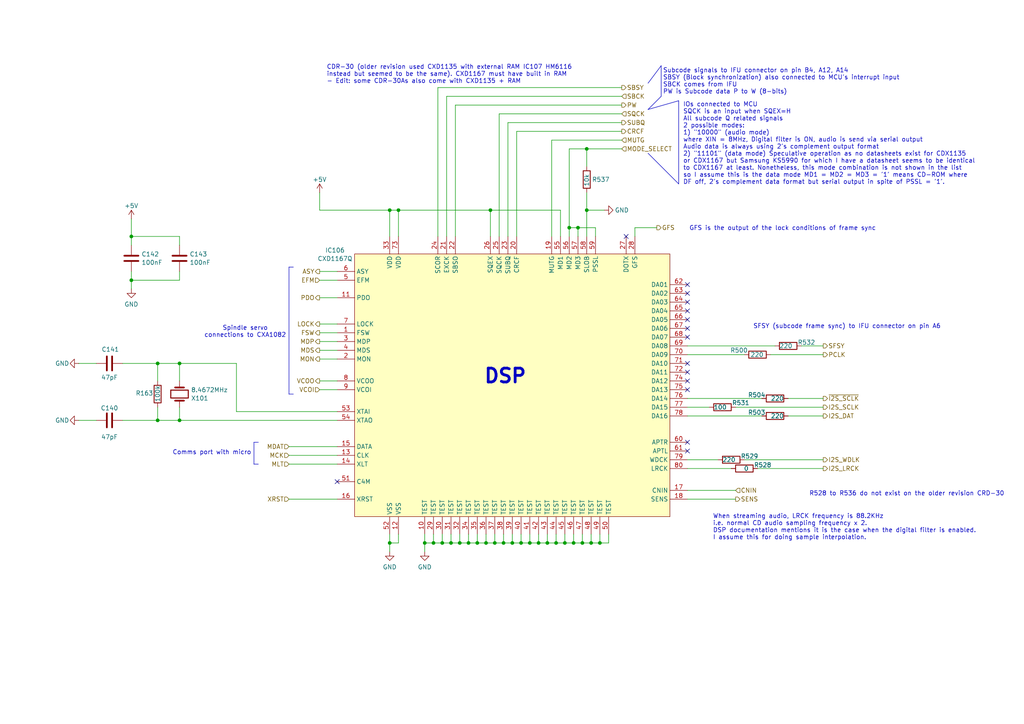
<source format=kicad_sch>
(kicad_sch (version 20231120) (generator "eeschema") (generator_version "8.0")
  (paper "A4")
  (title_block (title "PC-Engine CDR-30A (CD-ROM2) MAIN PWR Reproduction") (date "2025-02-26") (rev "0.1") (company "Author: Regis Galland"))
  (lib_symbols
    (symbol "Device:C" (pin_numbers hide) (pin_names (offset 0.254))
      (property "Reference" "C" (at 0.635 2.54 0))
      (property "Value" "C" (at 0.635 -2.54 0))
      (symbol "C_0_1"
        (polyline (pts (xy -2.032 -0.762) (xy 2.032 -0.762)) (stroke (width 0.508)))
        (polyline (pts (xy -2.032 0.762) (xy 2.032 0.762)) (stroke (width 0.508)))
      )
      (symbol "C_1_1"
        (pin passive line (at 0 3.81 270) (length 2.794) (name "~") (number "1"))
        (pin passive line (at 0 -3.81 90) (length 2.794) (name "~") (number "2"))
      )
    )
    (symbol "Device:Crystal" (pin_numbers hide) (pin_names (offset 1.016) hide)
      (property "Reference" "Y" (at 0 3.81 0))
      (property "Value" "Crystal" (at 0 -3.81 0))
      (symbol "Crystal_0_1"
        (rectangle (start -1.143 2.54) (end 1.143 -2.54) (stroke (width 0.3048)))
        (polyline (pts (xy -2.54 0) (xy -1.905 0)))
        (polyline (pts (xy -1.905 -1.27) (xy -1.905 1.27)) (stroke (width 0.508)))
        (polyline (pts (xy 1.905 -1.27) (xy 1.905 1.27)) (stroke (width 0.508)))
        (polyline (pts (xy 2.54 0) (xy 1.905 0)))
      )
      (symbol "Crystal_1_1"
        (pin passive line (at -3.81 0 0) (length 1.27) (name "1") (number "1"))
        (pin passive line (at 3.81 0 180) (length 1.27) (name "2") (number "2"))
      )
    )
    (symbol "Device:R" (pin_numbers hide) (pin_names (offset 0))
      (property "Reference" "R" (at 2.032 0 90))
      (property "Value" "R" (at 0 0 90))
      (symbol "R_0_1"
        (rectangle (start -1.016 -2.54) (end 1.016 2.54) (stroke (width 0.254)))
      )
      (symbol "R_1_1"
        (pin passive line (at 0 3.81 270) (length 1.27) (name "~") (number "1"))
        (pin passive line (at 0 -3.81 90) (length 1.27) (name "~") (number "2"))
      )
    )
    (symbol "PC-Engine_CDR-30:CXD1167Q"
      (property "Reference" "IC1071" (at -51.4252 39.165 0))
      (property "Value" "CXD1167Q" (at -51.4252 36.7407 0))
      (symbol "CXD1167Q_1_1"
        (rectangle (start -45.72 38.1) (end 45.72 -38.1) (fill (type background)))
        (pin output line (at -50.8 15.24 0) (length 5.08) (name "FSW") (number "1"))
        (pin input line (at -25.4 -43.18 90) (length 5.08) (name "TEST") (number "10"))
        (pin output line (at -50.8 25.4 0) (length 5.08) (name "PDO") (number "11"))
        (pin power_in line (at -33.02 -43.18 90) (length 5.08) (name "VSS") (number "12"))
        (pin input line (at -50.8 -20.32 0) (length 5.08) (name "CLK") (number "13"))
        (pin input line (at -50.8 -22.86 0) (length 5.08) (name "XLT") (number "14"))
        (pin input line (at -50.8 -17.78 0) (length 5.08) (name "DATA") (number "15"))
        (pin input line (at -50.8 -33.02 0) (length 5.08) (name "XRST") (number "16"))
        (pin input line (at 50.8 -30.48 180) (length 5.08) (name "CNIN") (number "17"))
        (pin output line (at 50.8 -33.02 180) (length 5.08) (name "SENS") (number "18"))
        (pin input line (at 11.43 43.18 270) (length 5.08) (name "MUTG") (number "19"))
        (pin output line (at -50.8 7.62 0) (length 5.08) (name "MON") (number "2"))
        (pin output line (at 1.27 43.18 270) (length 5.08) (name "CRCF") (number "20"))
        (pin input line (at -19.05 43.18 270) (length 5.08) (name "EXCK") (number "21"))
        (pin output line (at -16.51 43.18 270) (length 5.08) (name "SBSO") (number "22"))
        (pin output line (at -1.27 43.18 270) (length 5.08) (name "SUBQ") (number "23"))
        (pin output line (at -21.59 43.18 270) (length 5.08) (name "SCOR") (number "24"))
        (pin bidirectional line (at -3.81 43.18 270) (length 5.08) (name "SQCK") (number "25"))
        (pin input line (at -6.35 43.18 270) (length 5.08) (name "SQEX") (number "26"))
        (pin output line (at 33.02 43.18 270) (length 5.08) (name "DOTX") (number "27"))
        (pin output line (at 35.56 43.18 270) (length 5.08) (name "GFS") (number "28"))
        (pin input line (at -22.86 -43.18 90) (length 5.08) (name "TEST") (number "29"))
        (pin output line (at -50.8 12.7 0) (length 5.08) (name "MDP") (number "3"))
        (pin input line (at -20.32 -43.18 90) (length 5.08) (name "TEST") (number "30"))
        (pin input line (at -17.78 -43.18 90) (length 5.08) (name "TEST") (number "31"))
        (pin input line (at -15.24 -43.18 90) (length 5.08) (name "TEST") (number "32"))
        (pin power_in line (at -35.56 43.18 270) (length 5.08) (name "VDD") (number "33"))
        (pin input line (at -12.7 -43.18 90) (length 5.08) (name "TEST") (number "34"))
        (pin input line (at -10.16 -43.18 90) (length 5.08) (name "TEST") (number "35"))
        (pin input line (at -7.62 -43.18 90) (length 5.08) (name "TEST") (number "36"))
        (pin input line (at -5.08 -43.18 90) (length 5.08) (name "TEST") (number "37"))
        (pin input line (at -2.54 -43.18 90) (length 5.08) (name "TEST") (number "38"))
        (pin input line (at 0 -43.18 90) (length 5.08) (name "TEST") (number "39"))
        (pin output line (at -50.8 10.16 0) (length 5.08) (name "MDS") (number "4"))
        (pin input line (at 2.54 -43.18 90) (length 5.08) (name "TEST") (number "40"))
        (pin input line (at 5.08 -43.18 90) (length 5.08) (name "TEST") (number "41"))
        (pin input line (at 7.62 -43.18 90) (length 5.08) (name "TEST") (number "42"))
        (pin input line (at 10.16 -43.18 90) (length 5.08) (name "TEST") (number "43"))
        (pin input line (at 12.7 -43.18 90) (length 5.08) (name "TEST") (number "44"))
        (pin input line (at 15.24 -43.18 90) (length 5.08) (name "TEST") (number "45"))
        (pin input line (at 17.78 -43.18 90) (length 5.08) (name "TEST") (number "46"))
        (pin input line (at 20.32 -43.18 90) (length 5.08) (name "TEST") (number "47"))
        (pin input line (at 22.86 -43.18 90) (length 5.08) (name "TEST") (number "48"))
        (pin input line (at 25.4 -43.18 90) (length 5.08) (name "TEST") (number "49"))
        (pin input line (at -50.8 30.48 0) (length 5.08) (name "EFM") (number "5"))
        (pin input line (at 27.94 -43.18 90) (length 5.08) (name "TEST") (number "50"))
        (pin output line (at -50.8 -27.94 0) (length 5.08) (name "C4M") (number "51"))
        (pin power_in line (at -35.56 -43.18 90) (length 5.08) (name "VSS") (number "52"))
        (pin input line (at -50.8 -7.62 0) (length 5.08) (name "XTAI") (number "53"))
        (pin output line (at -50.8 -10.16 0) (length 5.08) (name "XTAO") (number "54"))
        (pin input line (at 13.97 43.18 270) (length 5.08) (name "MD1") (number "55"))
        (pin input line (at 16.51 43.18 270) (length 5.08) (name "MD2") (number "56"))
        (pin input line (at 19.05 43.18 270) (length 5.08) (name "MD3") (number "57"))
        (pin input line (at 21.59 43.18 270) (length 5.08) (name "SLOB") (number "58"))
        (pin input line (at 24.13 43.18 270) (length 5.08) (name "PSSL") (number "59"))
        (pin output line (at -50.8 33.02 0) (length 5.08) (name "ASY") (number "6"))
        (pin output line (at 50.8 -16.51 180) (length 5.08) (name "APTR") (number "60"))
        (pin output line (at 50.8 -19.05 180) (length 5.08) (name "APTL") (number "61"))
        (pin output line (at 50.8 29.21 180) (length 5.08) (name "DA01") (number "62"))
        (pin output line (at 50.8 26.67 180) (length 5.08) (name "DA02") (number "63"))
        (pin output line (at 50.8 24.13 180) (length 5.08) (name "DA03") (number "64"))
        (pin output line (at 50.8 21.59 180) (length 5.08) (name "DA04") (number "65"))
        (pin output line (at 50.8 19.05 180) (length 5.08) (name "DA05") (number "66"))
        (pin output line (at 50.8 16.51 180) (length 5.08) (name "DA06") (number "67"))
        (pin output line (at 50.8 13.97 180) (length 5.08) (name "DA07") (number "68"))
        (pin output line (at 50.8 11.43 180) (length 5.08) (name "DA08") (number "69"))
        (pin output line (at -50.8 17.78 0) (length 5.08) (name "LOCK") (number "7"))
        (pin output line (at 50.8 8.89 180) (length 5.08) (name "DA09") (number "70"))
        (pin output line (at 50.8 6.35 180) (length 5.08) (name "DA10") (number "71"))
        (pin output line (at 50.8 3.81 180) (length 5.08) (name "DA11") (number "72"))
        (pin power_in line (at -33.02 43.18 270) (length 5.08) (name "VDD") (number "73"))
        (pin output line (at 50.8 1.27 180) (length 5.08) (name "DA12") (number "74"))
        (pin output line (at 50.8 -1.27 180) (length 5.08) (name "DA13") (number "75"))
        (pin output line (at 50.8 -3.81 180) (length 5.08) (name "DA14") (number "76"))
        (pin output line (at 50.8 -6.35 180) (length 5.08) (name "DA15") (number "77"))
        (pin output line (at 50.8 -8.89 180) (length 5.08) (name "DA16") (number "78"))
        (pin output line (at 50.8 -21.59 180) (length 5.08) (name "WDCK") (number "79"))
        (pin output line (at -50.8 1.27 0) (length 5.08) (name "VCOO") (number "8"))
        (pin output line (at 50.8 -24.13 180) (length 5.08) (name "LRCK") (number "80"))
        (pin input line (at -50.8 -1.27 0) (length 5.08) (name "VCOI") (number "9"))
      )
    )
    (symbol "power:+5V" (power) (pin_numbers hide) (pin_names (offset 0) hide)
      (property "Value" "+5V" (at 0 3.556 0))
      (symbol "+5V_0_1"
        (polyline (pts (xy -0.762 1.27) (xy 0 2.54)))
        (polyline (pts (xy 0 0) (xy 0 2.54)))
        (polyline (pts (xy 0 2.54) (xy 0.762 1.27)))
      )
      (symbol "+5V_1_1"
        (pin power_in line (at 0 0 90) (length 0) (name "~") (number "1"))
      )
    )
    (symbol "power:GND" (power) (pin_numbers hide) (pin_names (offset 0) hide)
      (property "Value" "GND" (at 0 -3.81 0))
      (symbol "GND_0_1"
        (polyline (pts (xy 0 0) (xy 0 -1.27) (xy 1.27 -1.27) (xy 0 -2.54) (xy -1.27 -1.27) (xy 0 -1.27)))
      )
      (symbol "GND_1_1"
        (pin power_in line (at 0 0 270) (length 0) (name "~") (number "1"))
      )
    )
  )
  (junction (at 113.03 60.96))
  (junction (at 38.1 81.28))
  (junction (at 138.43 157.48))
  (junction (at 38.1 68.58))
  (junction (at 140.97 157.48))
  (junction (at 156.21 157.48))
  (junction (at 170.18 60.96))
  (junction (at 135.89 157.48))
  (junction (at 158.75 157.48))
  (junction (at 161.29 157.48))
  (junction (at 167.64 66.04))
  (junction (at 151.13 157.48))
  (junction (at 115.57 60.96))
  (junction (at 148.59 157.48))
  (junction (at 45.72 105.41))
  (junction (at 52.07 105.41))
  (junction (at 130.81 157.48))
  (junction (at 133.35 157.48))
  (junction (at 143.51 157.48))
  (junction (at 170.18 43.18))
  (junction (at 146.05 157.48))
  (junction (at 52.07 121.92))
  (junction (at 163.83 157.48))
  (junction (at 166.37 157.48))
  (junction (at 125.73 157.48))
  (junction (at 142.24 60.96))
  (junction (at 173.99 157.48))
  (junction (at 171.45 157.48))
  (junction (at 153.67 157.48))
  (junction (at 168.91 157.48))
  (junction (at 113.03 157.48))
  (junction (at 123.19 157.48))
  (junction (at 165.1 66.04))
  (junction (at 128.27 157.48))
  (junction (at 45.72 121.92))
  (no_connect (at 199.39 87.63))
  (no_connect (at 199.39 90.17))
  (no_connect (at 199.39 128.27))
  (no_connect (at 199.39 97.79))
  (no_connect (at 199.39 92.71))
  (no_connect (at 97.79 139.7))
  (no_connect (at 199.39 130.81))
  (no_connect (at 199.39 85.09))
  (no_connect (at 181.61 68.58))
  (no_connect (at 199.39 113.03))
  (no_connect (at 199.39 110.49))
  (no_connect (at 199.39 107.95))
  (no_connect (at 199.39 105.41))
  (no_connect (at 199.39 82.55))
  (no_connect (at 199.39 95.25))
  (wire (pts (xy 52.07 68.58) (xy 52.07 71.12)))
  (wire (pts (xy 83.82 132.08) (xy 97.79 132.08)))
  (wire (pts (xy 92.71 86.36) (xy 97.79 86.36)))
  (wire (pts (xy 146.05 154.94) (xy 146.05 157.48)))
  (wire (pts (xy 228.6 120.65) (xy 238.76 120.65)))
  (wire (pts (xy 38.1 71.12) (xy 38.1 68.58)))
  (wire (pts (xy 83.82 134.62) (xy 97.79 134.62)))
  (wire (pts (xy 38.1 81.28) (xy 38.1 78.74)))
  (wire (pts (xy 142.24 60.96) (xy 115.57 60.96)))
  (wire (pts (xy 144.78 68.58) (xy 144.78 33.02)))
  (wire (pts (xy 171.45 154.94) (xy 171.45 157.48)))
  (wire (pts (xy 151.13 154.94) (xy 151.13 157.48)))
  (wire (pts (xy 92.71 104.14) (xy 97.79 104.14)))
  (wire (pts (xy 199.39 100.33) (xy 224.79 100.33)))
  (wire (pts (xy 172.72 66.04) (xy 172.72 68.58)))
  (wire (pts (xy 92.71 81.28) (xy 97.79 81.28)))
  (polyline (pts (xy 73.66 128.27) (xy 73.66 134.62)))
  (wire (pts (xy 97.79 119.38) (xy 68.58 119.38)))
  (polyline (pts (xy 196.85 29.21) (xy 196.85 53.34)))
  (wire (pts (xy 184.15 66.04) (xy 190.5 66.04)))
  (wire (pts (xy 165.1 66.04) (xy 165.1 68.58)))
  (wire (pts (xy 130.81 154.94) (xy 130.81 157.48)))
  (wire (pts (xy 38.1 83.82) (xy 38.1 81.28)))
  (wire (pts (xy 165.1 43.18) (xy 165.1 66.04)))
  (wire (pts (xy 92.71 113.03) (xy 97.79 113.03)))
  (wire (pts (xy 123.19 160.02) (xy 123.19 157.48)))
  (polyline (pts (xy 74.93 134.62) (xy 73.66 134.62)))
  (wire (pts (xy 161.29 154.94) (xy 161.29 157.48)))
  (wire (pts (xy 68.58 119.38) (xy 68.58 105.41)))
  (wire (pts (xy 170.18 43.18) (xy 165.1 43.18)))
  (wire (pts (xy 170.18 55.88) (xy 170.18 60.96)))
  (wire (pts (xy 170.18 68.58) (xy 170.18 60.96)))
  (wire (pts (xy 92.71 99.06) (xy 97.79 99.06)))
  (wire (pts (xy 113.03 157.48) (xy 115.57 157.48)))
  (wire (pts (xy 144.78 33.02) (xy 180.34 33.02)))
  (wire (pts (xy 138.43 154.94) (xy 138.43 157.48)))
  (wire (pts (xy 213.36 144.78) (xy 199.39 144.78)))
  (wire (pts (xy 127 25.4) (xy 127 68.58)))
  (wire (pts (xy 115.57 60.96) (xy 115.57 68.58)))
  (wire (pts (xy 167.64 66.04) (xy 167.64 68.58)))
  (wire (pts (xy 123.19 154.94) (xy 123.19 157.48)))
  (wire (pts (xy 199.39 118.11) (xy 205.74 118.11)))
  (wire (pts (xy 83.82 144.78) (xy 97.79 144.78)))
  (wire (pts (xy 125.73 154.94) (xy 125.73 157.48)))
  (wire (pts (xy 45.72 105.41) (xy 52.07 105.41)))
  (wire (pts (xy 92.71 101.6) (xy 97.79 101.6)))
  (wire (pts (xy 160.02 40.64) (xy 160.02 68.58)))
  (wire (pts (xy 133.35 154.94) (xy 133.35 157.48)))
  (wire (pts (xy 22.86 105.41) (xy 27.94 105.41)))
  (wire (pts (xy 180.34 25.4) (xy 127 25.4)))
  (wire (pts (xy 176.53 157.48) (xy 176.53 154.94)))
  (wire (pts (xy 92.71 93.98) (xy 97.79 93.98)))
  (wire (pts (xy 173.99 154.94) (xy 173.99 157.48)))
  (wire (pts (xy 147.32 35.56) (xy 180.34 35.56)))
  (wire (pts (xy 92.71 60.96) (xy 113.03 60.96)))
  (wire (pts (xy 215.9 133.35) (xy 238.76 133.35)))
  (wire (pts (xy 158.75 157.48) (xy 161.29 157.48)))
  (wire (pts (xy 153.67 154.94) (xy 153.67 157.48)))
  (polyline (pts (xy 187.96 24.13) (xy 191.77 19.05)))
  (wire (pts (xy 92.71 110.49) (xy 97.79 110.49)))
  (polyline (pts (xy 191.77 19.05) (xy 191.77 27.94)))
  (wire (pts (xy 113.03 157.48) (xy 113.03 154.94)))
  (polyline (pts (xy 187.96 31.75) (xy 196.85 29.21)))
  (wire (pts (xy 165.1 66.04) (xy 167.64 66.04)))
  (wire (pts (xy 52.07 110.49) (xy 52.07 105.41)))
  (wire (pts (xy 147.32 68.58) (xy 147.32 35.56)))
  (wire (pts (xy 180.34 40.64) (xy 160.02 40.64)))
  (wire (pts (xy 199.39 102.87) (xy 215.9 102.87)))
  (wire (pts (xy 199.39 115.57) (xy 220.98 115.57)))
  (wire (pts (xy 115.57 60.96) (xy 113.03 60.96)))
  (polyline (pts (xy 74.93 128.27) (xy 73.66 128.27)))
  (wire (pts (xy 113.03 60.96) (xy 113.03 68.58)))
  (wire (pts (xy 171.45 157.48) (xy 173.99 157.48)))
  (wire (pts (xy 128.27 157.48) (xy 130.81 157.48)))
  (wire (pts (xy 168.91 154.94) (xy 168.91 157.48)))
  (wire (pts (xy 83.82 129.54) (xy 97.79 129.54)))
  (wire (pts (xy 146.05 157.48) (xy 148.59 157.48)))
  (wire (pts (xy 173.99 157.48) (xy 176.53 157.48)))
  (wire (pts (xy 52.07 105.41) (xy 68.58 105.41)))
  (wire (pts (xy 158.75 154.94) (xy 158.75 157.48)))
  (wire (pts (xy 45.72 118.11) (xy 45.72 121.92)))
  (wire (pts (xy 140.97 157.48) (xy 143.51 157.48)))
  (wire (pts (xy 129.54 68.58) (xy 129.54 27.94)))
  (wire (pts (xy 45.72 105.41) (xy 45.72 110.49)))
  (wire (pts (xy 35.56 121.92) (xy 45.72 121.92)))
  (wire (pts (xy 97.79 78.74) (xy 92.71 78.74)))
  (wire (pts (xy 167.64 66.04) (xy 172.72 66.04)))
  (wire (pts (xy 52.07 118.11) (xy 52.07 121.92)))
  (wire (pts (xy 38.1 68.58) (xy 52.07 68.58)))
  (wire (pts (xy 168.91 157.48) (xy 171.45 157.48)))
  (wire (pts (xy 125.73 157.48) (xy 128.27 157.48)))
  (wire (pts (xy 135.89 157.48) (xy 138.43 157.48)))
  (wire (pts (xy 170.18 43.18) (xy 180.34 43.18)))
  (wire (pts (xy 161.29 157.48) (xy 163.83 157.48)))
  (wire (pts (xy 163.83 154.94) (xy 163.83 157.48)))
  (wire (pts (xy 128.27 154.94) (xy 128.27 157.48)))
  (wire (pts (xy 199.39 120.65) (xy 220.98 120.65)))
  (wire (pts (xy 143.51 157.48) (xy 143.51 154.94)))
  (wire (pts (xy 213.36 142.24) (xy 199.39 142.24)))
  (wire (pts (xy 151.13 157.48) (xy 153.67 157.48)))
  (wire (pts (xy 149.86 38.1) (xy 149.86 68.58)))
  (wire (pts (xy 135.89 154.94) (xy 135.89 157.48)))
  (wire (pts (xy 92.71 96.52) (xy 97.79 96.52)))
  (wire (pts (xy 138.43 157.48) (xy 140.97 157.48)))
  (wire (pts (xy 143.51 157.48) (xy 146.05 157.48)))
  (wire (pts (xy 132.08 30.48) (xy 180.34 30.48)))
  (wire (pts (xy 130.81 157.48) (xy 133.35 157.48)))
  (wire (pts (xy 180.34 38.1) (xy 149.86 38.1)))
  (wire (pts (xy 52.07 78.74) (xy 52.07 81.28)))
  (wire (pts (xy 115.57 157.48) (xy 115.57 154.94)))
  (wire (pts (xy 170.18 43.18) (xy 170.18 48.26)))
  (wire (pts (xy 148.59 154.94) (xy 148.59 157.48)))
  (polyline (pts (xy 187.96 44.45) (xy 196.85 53.34)))
  (wire (pts (xy 22.86 121.92) (xy 27.94 121.92)))
  (wire (pts (xy 223.52 102.87) (xy 238.76 102.87)))
  (polyline (pts (xy 83.82 77.47) (xy 83.82 114.3)))
  (wire (pts (xy 219.71 135.89) (xy 238.76 135.89)))
  (polyline (pts (xy 187.96 31.75) (xy 191.77 27.94)))
  (polyline (pts (xy 85.09 77.47) (xy 83.82 77.47)))
  (wire (pts (xy 140.97 154.94) (xy 140.97 157.48)))
  (wire (pts (xy 38.1 63.5) (xy 38.1 68.58)))
  (wire (pts (xy 199.39 133.35) (xy 208.28 133.35)))
  (wire (pts (xy 35.56 105.41) (xy 45.72 105.41)))
  (wire (pts (xy 92.71 55.88) (xy 92.71 60.96)))
  (wire (pts (xy 148.59 157.48) (xy 151.13 157.48)))
  (wire (pts (xy 156.21 157.48) (xy 158.75 157.48)))
  (wire (pts (xy 213.36 118.11) (xy 238.76 118.11)))
  (wire (pts (xy 113.03 160.02) (xy 113.03 157.48)))
  (wire (pts (xy 52.07 121.92) (xy 97.79 121.92)))
  (wire (pts (xy 123.19 157.48) (xy 125.73 157.48)))
  (wire (pts (xy 133.35 157.48) (xy 135.89 157.48)))
  (wire (pts (xy 232.41 100.33) (xy 238.76 100.33)))
  (wire (pts (xy 170.18 60.96) (xy 175.26 60.96)))
  (wire (pts (xy 228.6 115.57) (xy 238.76 115.57)))
  (wire (pts (xy 163.83 157.48) (xy 166.37 157.48)))
  (wire (pts (xy 156.21 154.94) (xy 156.21 157.48)))
  (wire (pts (xy 45.72 121.92) (xy 52.07 121.92)))
  (wire (pts (xy 199.39 135.89) (xy 212.09 135.89)))
  (wire (pts (xy 142.24 60.96) (xy 142.24 68.58)))
  (wire (pts (xy 184.15 68.58) (xy 184.15 66.04)))
  (wire (pts (xy 162.56 60.96) (xy 162.56 68.58)))
  (wire (pts (xy 129.54 27.94) (xy 180.34 27.94)))
  (wire (pts (xy 132.08 68.58) (xy 132.08 30.48)))
  (wire (pts (xy 52.07 81.28) (xy 38.1 81.28)))
  (wire (pts (xy 162.56 60.96) (xy 142.24 60.96)))
  (wire (pts (xy 153.67 157.48) (xy 156.21 157.48)))
  (polyline (pts (xy 85.09 114.3) (xy 83.82 114.3)))
  (wire (pts (xy 166.37 154.94) (xy 166.37 157.48)))
  (wire (pts (xy 166.37 157.48) (xy 168.91 157.48)))
  (text "DSP" (at 146.558 109.22 0) (effects (font (size 4 4) (thickness 0.8) (bold yes))))
  (text "Comms port with micro" (at 61.468 131.318 0) (effects (font (size 1.27 1.27))))
  (text "When streaming audio, LRCK frequency is 88.2KHz \ni.e. normal CD audio sampling frequency x 2.\nDSP documentation mentions it is the case when the digital filter is enabled.\nI assume this for doing sample interpolation." (at 206.756 152.908 0) (effects (font (size 1.27 1.27)) (justify left)))
  (text "GFS is the output of the lock conditions of frame sync" (at 199.898 66.294 0) (effects (font (size 1.27 1.27)) (justify left)))
  (text "Subcode signals to IFU connector on pin B4, A12, A14\nSBSY (Block synchronization) also connected to MCU's interrupt input\nSBCK comes from IFU\nPW is Subcode data P to W (8-bits)" (at 192.278 23.622 0) (effects (font (size 1.27 1.27)) (justify left)))
  (text "R528 to R536 do not exist on the older revision CRD-30" (at 234.696 143.256 0) (effects (font (size 1.27 1.27)) (justify left)))
  (text "IOs connected to MCU\nSQCK is an input when SQEX=H\nAll subcode Q related signals\n2 possible modes:\n1) \"10000\" (audio mode)\nwhere XIN = 8MHz, Digital filter is ON, audio is send via serial output\nAudio data is always using 2's complement output format\n2) \"11101\" (data mode) Speculative operation as no datasheets exist for CDX1135\nor CDX1167 but Samsung KS5990 for which I have a datasheet seems to be identical\nto CDX1167 at least. Nonetheless, this mode combination is not shown in the list\nso I assume this is the data mode MD1 = MD2 = MD3 = '1' means CD-ROM where\nDF off, 2's complement data format but serial output in spite of PSSL = '1'. \n" (at 198.12 41.656 0) (effects (font (size 1.27 1.27)) (justify left)))
  (text "CDR-30 (older revision used CXD1135 with external RAM IC107 HM6116\ninstead but seemed to be the same). CXD1167 must have built in RAM\n- Edit: some CDR-30As also come with CXD1135 + RAM" (at 94.742 21.59 0) (effects (font (size 1.27 1.27)) (justify left)))
  (text "Spindle servo\nconnections to CXA1082\n" (at 71.12 96.266 0) (effects (font (size 1.27 1.27))))
  (text "SFSY (subcode frame sync) to IFU connector on pin A6" (at 218.44 94.742 0) (effects (font (size 1.27 1.27)) (justify left)))
  (hierarchical_label "VCOO" (shape output) (at 92.71 110.49 180))
  (hierarchical_label "SFSY" (shape output) (at 238.76 100.33 0))
  (hierarchical_label "PDO" (shape output) (at 92.71 86.36 180))
  (hierarchical_label "SBCK" (shape input) (at 180.34 27.94 0))
  (hierarchical_label "SBSY" (shape output) (at 180.34 25.4 0))
  (hierarchical_label "~{I2S_SCLK}" (shape output) (at 238.76 115.57 0))
  (hierarchical_label "MON" (shape output) (at 92.71 104.14 180))
  (hierarchical_label "FSW" (shape output) (at 92.71 96.52 180))
  (hierarchical_label "PCLK" (shape output) (at 238.76 102.87 0))
  (hierarchical_label "XRST" (shape input) (at 83.82 144.78 180))
  (hierarchical_label "MUTG" (shape input) (at 180.34 40.64 0))
  (hierarchical_label "GFS" (shape output) (at 190.5 66.04 0))
  (hierarchical_label "I2S_DAT" (shape output) (at 238.76 120.65 0))
  (hierarchical_label "MDAT" (shape input) (at 83.82 129.54 180))
  (hierarchical_label "EFM" (shape input) (at 92.71 81.28 180))
  (hierarchical_label "SQCK" (shape input) (at 180.34 33.02 0))
  (hierarchical_label "MODE_SELECT" (shape input) (at 180.34 43.18 0))
  (hierarchical_label "ASY" (shape output) (at 92.71 78.74 180))
  (hierarchical_label "CRCF" (shape output) (at 180.34 38.1 0))
  (hierarchical_label "I2S_LRCK" (shape output) (at 238.76 135.89 0))
  (hierarchical_label "LOCK" (shape output) (at 92.71 93.98 180))
  (hierarchical_label "MDP" (shape output) (at 92.71 99.06 180))
  (hierarchical_label "SUBQ" (shape output) (at 180.34 35.56 0))
  (hierarchical_label "MCK" (shape input) (at 83.82 132.08 180))
  (hierarchical_label "PW" (shape output) (at 180.34 30.48 0))
  (hierarchical_label "CNIN" (shape input) (at 213.36 142.24 0))
  (hierarchical_label "MLT" (shape input) (at 83.82 134.62 180))
  (hierarchical_label "I2S_WDLK" (shape output) (at 238.76 133.35 0))
  (hierarchical_label "MDS" (shape output) (at 92.71 101.6 180))
  (hierarchical_label "VCOI" (shape input) (at 92.71 113.03 180))
  (hierarchical_label "SENS" (shape output) (at 213.36 144.78 0))
  (hierarchical_label "I2S_SCLK" (shape output) (at 238.76 118.11 0))
  (symbol (lib_id "power:GND") (at 113.03 160.02 0) (unit 1)
    (property "Reference" "#PWR062" (effects (hide yes)))
    (property "Value" "GND" (at 113.03 164.4634 0))
    (property "Description" "Power symbol creates a global label with name \"GND\" , ground" (effects (hide yes)))
  )
  (symbol (lib_id "power:GND") (at 175.26 60.96 90) (unit 1)
    (property "Reference" "#PWR057" (effects (hide yes)))
    (property "Value" "GND" (at 178.308 60.96 90) (effects (justify right)))
    (property "Description" "Power symbol creates a global label with name \"GND\" , ground" (effects (hide yes)))
  )
  (symbol (lib_id "Device:R") (at 228.6 100.33 270) (mirror x) (unit 1)
    (property "Reference" "R532" (at 236.474 99.314 90) (effects (justify right)))
    (property "Value" "220" (at 229.87 100.33 90) (effects (justify right)))
    (property "Footprint" "Resistor_SMD:R_0603_1608Metric" (effects (hide yes)))
  )
  (symbol (lib_id "Device:R") (at 219.71 102.87 270) (mirror x) (unit 1)
    (property "Reference" "R500" (at 216.916 101.6 90) (effects (justify right)))
    (property "Value" "220" (at 221.488 102.87 90) (effects (justify right)))
    (property "Footprint" "Resistor_SMD:R_0603_1608Metric" (effects (hide yes)))
  )
  (symbol (lib_id "Device:R") (at 224.79 115.57 90) (unit 1)
    (property "Reference" "R504" (at 216.916 114.554 90) (effects (justify right)))
    (property "Value" "220" (at 223.52 115.57 90) (effects (justify right)))
    (property "Footprint" "Resistor_SMD:R_0603_1608Metric" (effects (hide yes)))
  )
  (symbol (lib_id "power:+5V") (at 92.71 55.88 0) (unit 1)
    (property "Reference" "#PWR055" (effects (hide yes)))
    (property "Value" "+5V" (at 92.71 52.07 0))
    (property "Description" "Power symbol creates a global label with name \"+5V\"" (effects (hide yes)))
  )
  (symbol (lib_id "Device:R") (at 45.72 114.3 0) (unit 1)
    (property "Reference" "R163" (at 44.45 114.046 0) (effects (justify right)))
    (property "Value" "100k" (at 45.72 111.76 90) (effects (justify right)))
    (property "Footprint" "Resistor_SMD:R_0603_1608Metric" (effects (hide yes)))
  )
  (symbol (lib_id "Device:R") (at 212.09 133.35 270) (mirror x) (unit 1)
    (property "Reference" "R529" (at 219.964 132.334 90) (effects (justify right)))
    (property "Value" "220" (at 213.36 133.35 90) (effects (justify right)))
    (property "Footprint" "Resistor_SMD:R_0603_1608Metric" (effects (hide yes)))
  )
  (symbol (lib_id "power:GND") (at 123.19 160.02 0) (unit 1)
    (property "Reference" "#PWR063" (effects (hide yes)))
    (property "Value" "GND" (at 123.19 164.4634 0))
    (property "Description" "Power symbol creates a global label with name \"GND\" , ground" (effects (hide yes)))
  )
  (symbol (lib_id "Device:C") (at 31.75 105.41 270) (unit 1)
    (property "Reference" "C141" (at 32.004 101.346 90))
    (property "Value" "47pF" (at 31.75 109.474 90))
    (property "Footprint" "Capacitor_SMD:C_0603_1608Metric" (effects (hide yes)))
  )
  (symbol (lib_id "Device:R") (at 170.18 52.07 180) (unit 1)
    (property "Reference" "R537" (at 171.704 52.07 0) (effects (justify right)))
    (property "Value" "10k" (at 170.18 54.102 90) (effects (justify right)))
    (property "Footprint" "Resistor_SMD:R_0603_1608Metric" (effects (hide yes)))
  )
  (symbol (lib_id "PC-Engine_CDR-30:CXD1167Q") (at 148.59 111.76 0) (unit 1)
    (property "Reference" "IC106" (at 97.1648 72.595 0))
    (property "Value" "CXD1167Q" (at 97.1648 75.0193 0))
    (property "Footprint" "PC-Engine_CDR-30A:PQFP-80_14x20mm_P0.8mm" (effects (hide yes)))
  )
  (symbol (lib_id "Device:R") (at 224.79 120.65 90) (unit 1)
    (property "Reference" "R503" (at 216.916 119.634 90) (effects (justify right)))
    (property "Value" "220" (at 223.52 120.65 90) (effects (justify right)))
    (property "Footprint" "Resistor_SMD:R_0603_1608Metric" (effects (hide yes)))
  )
  (symbol (lib_id "Device:R") (at 215.9 135.89 270) (mirror x) (unit 1)
    (property "Reference" "R528" (at 223.774 134.874 90) (effects (justify right)))
    (property "Value" "0" (at 217.17 135.89 90) (effects (justify right)))
    (property "Footprint" "Resistor_SMD:R_0603_1608Metric" (effects (hide yes)))
  )
  (symbol (lib_id "power:GND") (at 22.86 105.41 270) (unit 1)
    (property "Reference" "#PWR059" (effects (hide yes)))
    (property "Value" "GND" (at 18.034 105.41 90))
    (property "Description" "Power symbol creates a global label with name \"GND\" , ground" (effects (hide yes)))
  )
  (symbol (lib_id "Device:Crystal") (at 52.07 114.3 90) (mirror x) (unit 1)
    (property "Reference" "X101" (at 55.3974 115.5122 90) (effects (justify right)))
    (property "Value" "8.4672MHz" (at 55.3974 113.0879 90) (effects (justify right)))
    (property "Footprint" "Crystal:Crystal_HC18-U_Horizontal" (effects (hide yes)))
    (property "Description" "Two pin crystal" (effects (hide yes)))
  )
  (symbol (lib_id "power:+5V") (at 38.1 63.5 0) (unit 1)
    (property "Reference" "#PWR056" (effects (hide yes)))
    (property "Value" "+5V" (at 38.1 59.69 0))
    (property "Description" "Power symbol creates a global label with name \"+5V\"" (effects (hide yes)))
  )
  (symbol (lib_id "Device:C") (at 38.1 74.93 0) (unit 1)
    (property "Reference" "C142" (at 41.021 73.7178 0) (effects (justify left)))
    (property "Value" "100nF" (at 41.021 76.1421 0) (effects (justify left)))
    (property "Footprint" "Capacitor_SMD:C_0603_1608Metric" (effects (hide yes)))
  )
  (symbol (lib_id "Device:C") (at 52.07 74.93 0) (unit 1)
    (property "Reference" "C143" (at 54.991 73.7178 0) (effects (justify left)))
    (property "Value" "100nF" (at 54.991 76.1421 0) (effects (justify left)))
    (property "Footprint" "Capacitor_SMD:C_0603_1608Metric" (effects (hide yes)))
  )
  (symbol (lib_id "Device:R") (at 209.55 118.11 270) (mirror x) (unit 1)
    (property "Reference" "R531" (at 217.424 116.84 90) (effects (justify right)))
    (property "Value" "100" (at 210.82 118.11 90) (effects (justify right)))
    (property "Footprint" "Resistor_SMD:R_0603_1608Metric" (effects (hide yes)))
  )
  (symbol (lib_id "Device:C") (at 31.75 121.92 90) (unit 1)
    (property "Reference" "C140" (at 31.75 118.364 90))
    (property "Value" "47pF" (at 31.75 126.746 90))
    (property "Footprint" "Capacitor_SMD:C_0603_1608Metric" (effects (hide yes)))
  )
  (symbol (lib_id "power:GND") (at 38.1 83.82 0) (unit 1)
    (property "Reference" "#PWR058" (effects (hide yes)))
    (property "Value" "GND" (at 38.1 88.2634 0))
    (property "Description" "Power symbol creates a global label with name \"GND\" , ground" (effects (hide yes)))
  )
  (symbol (lib_id "power:GND") (at 22.86 121.92 270) (unit 1)
    (property "Reference" "#PWR060" (effects (hide yes)))
    (property "Value" "GND" (at 18.034 121.92 90))
    (property "Description" "Power symbol creates a global label with name \"GND\" , ground" (effects (hide yes)))
  )
)
</source>
